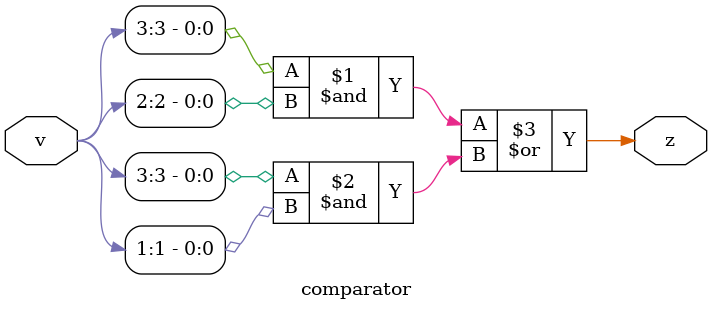
<source format=v>
`timescale 1ns / 1ps


module comparator(v,z);

input [3:0]v;
output z;

assign z = (v[3]&v[2]) | (v[3]&v[1]);


endmodule

</source>
